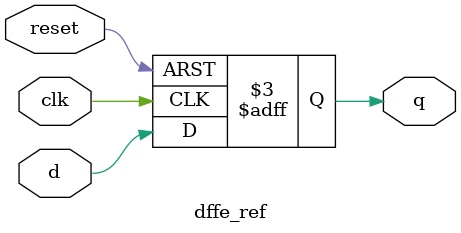
<source format=v>
module dffe_ref(q, d, clk, reset);

    //Inputs
    input d, clk, reset;
    //Internal wires
    wire reset;
    //Output
    output q;
    //Register
    reg q;

    //Intialize q to 0
    initial
    begin
        q = 1'b0;
    end

    //Set value of q on positive edge of the clock or clear
    always @(posedge clk or posedge reset) begin
        //If reset is high, set q to 0
        if (reset) begin
            q <= 1'b0;
        end
        else begin
            q <= d;
        end
    end

endmodule

</source>
